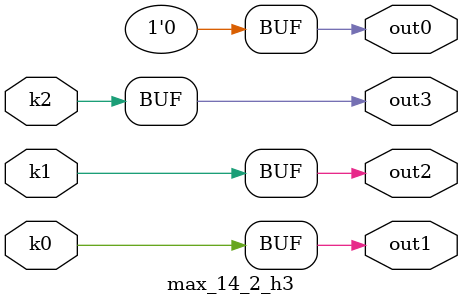
<source format=v>
module max_14_2(pi00, pi01, pi02, pi03, pi04, pi05, pi06, pi07, pi08, pi09, po0, po1, po2, po3);
input pi00, pi01, pi02, pi03, pi04, pi05, pi06, pi07, pi08, pi09;
output po0, po1, po2, po3;
wire k0, k1, k2;
max_14_2_w3 DUT1 (pi00, pi01, pi02, pi03, pi04, pi05, pi06, pi07, pi08, pi09, k0, k1, k2);
max_14_2_h3 DUT2 (k0, k1, k2, po0, po1, po2, po3);
endmodule

module max_14_2_w3(in9, in8, in7, in6, in5, in4, in3, in2, in1, in0, k2, k1, k0);
input in9, in8, in7, in6, in5, in4, in3, in2, in1, in0;
output k2, k1, k0;
assign k0 =   in4 ? in7 : in1;
assign k1 =   in4 ? in8 : in3;
assign k2 =   (((in8 | (~in3 & (in9 | in2))) & (in9 | in2 | ~in3)) | (in6 & ~in0) | (in7 & ~in1)) & (in7 | ~in1 | (in6 & ~in0)) & ~in5 & (in6 | ~in0);
endmodule

module max_14_2_h3(k2, k1, k0, out3, out2, out1, out0);
input k2, k1, k0;
output out3, out2, out1, out0;
assign out0 = 0;
assign out1 = k0;
assign out2 = k1;
assign out3 = k2;
endmodule

</source>
